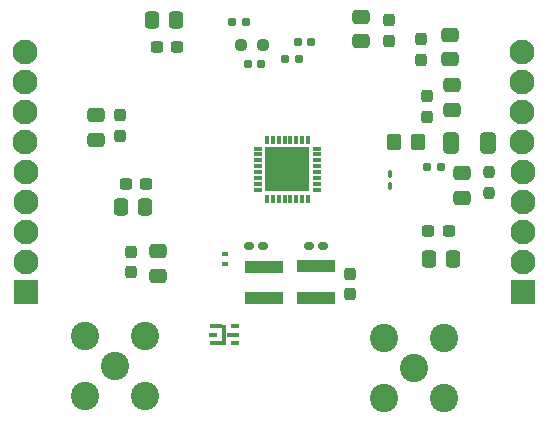
<source format=gts>
G04 #@! TF.GenerationSoftware,KiCad,Pcbnew,8.0.0-rc1-6-gb7460f29b4*
G04 #@! TF.CreationDate,2025-03-10T21:44:44+01:00*
G04 #@! TF.ProjectId,LO_daughter,4c4f5f64-6175-4676-9874-65722e6b6963,rev?*
G04 #@! TF.SameCoordinates,Original*
G04 #@! TF.FileFunction,Soldermask,Top*
G04 #@! TF.FilePolarity,Negative*
%FSLAX46Y46*%
G04 Gerber Fmt 4.6, Leading zero omitted, Abs format (unit mm)*
G04 Created by KiCad (PCBNEW 8.0.0-rc1-6-gb7460f29b4) date 2025-03-10 21:44:44*
%MOMM*%
%LPD*%
G01*
G04 APERTURE LIST*
G04 Aperture macros list*
%AMRoundRect*
0 Rectangle with rounded corners*
0 $1 Rounding radius*
0 $2 $3 $4 $5 $6 $7 $8 $9 X,Y pos of 4 corners*
0 Add a 4 corners polygon primitive as box body*
4,1,4,$2,$3,$4,$5,$6,$7,$8,$9,$2,$3,0*
0 Add four circle primitives for the rounded corners*
1,1,$1+$1,$2,$3*
1,1,$1+$1,$4,$5*
1,1,$1+$1,$6,$7*
1,1,$1+$1,$8,$9*
0 Add four rect primitives between the rounded corners*
20,1,$1+$1,$2,$3,$4,$5,0*
20,1,$1+$1,$4,$5,$6,$7,0*
20,1,$1+$1,$6,$7,$8,$9,0*
20,1,$1+$1,$8,$9,$2,$3,0*%
G04 Aperture macros list end*
%ADD10RoundRect,0.237500X-0.237500X0.250000X-0.237500X-0.250000X0.237500X-0.250000X0.237500X0.250000X0*%
%ADD11R,1.065000X0.360000*%
%ADD12R,0.710000X0.360000*%
%ADD13R,0.410000X1.780000*%
%ADD14RoundRect,0.237500X-0.237500X0.300000X-0.237500X-0.300000X0.237500X-0.300000X0.237500X0.300000X0*%
%ADD15R,3.180000X1.040000*%
%ADD16RoundRect,0.250000X0.337500X0.475000X-0.337500X0.475000X-0.337500X-0.475000X0.337500X-0.475000X0*%
%ADD17RoundRect,0.100000X0.100000X-0.217500X0.100000X0.217500X-0.100000X0.217500X-0.100000X-0.217500X0*%
%ADD18RoundRect,0.250000X-0.337500X-0.475000X0.337500X-0.475000X0.337500X0.475000X-0.337500X0.475000X0*%
%ADD19C,2.400000*%
%ADD20RoundRect,0.160000X0.222500X0.160000X-0.222500X0.160000X-0.222500X-0.160000X0.222500X-0.160000X0*%
%ADD21RoundRect,0.250000X-0.475000X0.337500X-0.475000X-0.337500X0.475000X-0.337500X0.475000X0.337500X0*%
%ADD22RoundRect,0.237500X-0.300000X-0.237500X0.300000X-0.237500X0.300000X0.237500X-0.300000X0.237500X0*%
%ADD23RoundRect,0.237500X-0.250000X-0.237500X0.250000X-0.237500X0.250000X0.237500X-0.250000X0.237500X0*%
%ADD24R,0.500000X0.400000*%
%ADD25RoundRect,0.250000X-0.412500X-0.650000X0.412500X-0.650000X0.412500X0.650000X-0.412500X0.650000X0*%
%ADD26RoundRect,0.160000X-0.222500X-0.160000X0.222500X-0.160000X0.222500X0.160000X-0.222500X0.160000X0*%
%ADD27RoundRect,0.160000X0.197500X0.160000X-0.197500X0.160000X-0.197500X-0.160000X0.197500X-0.160000X0*%
%ADD28RoundRect,0.237500X0.300000X0.237500X-0.300000X0.237500X-0.300000X-0.237500X0.300000X-0.237500X0*%
%ADD29R,2.100000X2.100000*%
%ADD30C,2.100000*%
%ADD31RoundRect,0.155000X-0.212500X-0.155000X0.212500X-0.155000X0.212500X0.155000X-0.212500X0.155000X0*%
%ADD32RoundRect,0.155000X0.212500X0.155000X-0.212500X0.155000X-0.212500X-0.155000X0.212500X-0.155000X0*%
%ADD33R,0.800000X0.300000*%
%ADD34R,0.300000X0.800000*%
%ADD35R,3.750000X3.750000*%
%ADD36RoundRect,0.250000X0.475000X-0.337500X0.475000X0.337500X-0.475000X0.337500X-0.475000X-0.337500X0*%
%ADD37RoundRect,0.250000X0.350000X0.450000X-0.350000X0.450000X-0.350000X-0.450000X0.350000X-0.450000X0*%
%ADD38RoundRect,0.237500X0.237500X-0.300000X0.237500X0.300000X-0.237500X0.300000X-0.237500X-0.300000X0*%
G04 APERTURE END LIST*
D10*
X172030000Y-95387500D03*
X172030000Y-97212500D03*
D11*
X148903000Y-109900000D03*
D12*
X148725000Y-109190000D03*
D11*
X148903000Y-108480000D03*
D12*
X150555000Y-108480000D03*
D11*
X150377000Y-109190000D03*
D12*
X150555000Y-109900000D03*
D13*
X149640000Y-109190000D03*
D14*
X140797500Y-90620000D03*
X140797500Y-92345000D03*
D15*
X157420000Y-103410000D03*
X157420000Y-106090000D03*
D16*
X142935000Y-98377500D03*
X140860000Y-98377500D03*
D17*
X163710000Y-96625000D03*
X163710000Y-95610000D03*
D18*
X143492500Y-82560000D03*
X145567500Y-82560000D03*
D15*
X152960000Y-103430000D03*
X152960000Y-106110000D03*
D18*
X166952500Y-102740000D03*
X169027500Y-102740000D03*
D19*
X165670000Y-111990000D03*
X163130000Y-109450000D03*
X163130000Y-114530000D03*
X168210000Y-114530000D03*
X168210000Y-109450000D03*
D20*
X152902500Y-101640000D03*
X151757500Y-101640000D03*
D21*
X144050000Y-102142500D03*
X144050000Y-104217500D03*
D22*
X143907500Y-84870000D03*
X145632500Y-84870000D03*
D23*
X151057500Y-84630000D03*
X152882500Y-84630000D03*
D21*
X138757500Y-90615000D03*
X138757500Y-92690000D03*
D14*
X141740000Y-102175000D03*
X141740000Y-103900000D03*
D24*
X149660000Y-103190000D03*
X149660000Y-102390000D03*
D25*
X168867500Y-92980000D03*
X171992500Y-92980000D03*
D26*
X156827500Y-101670000D03*
X157972500Y-101670000D03*
D27*
X167997500Y-94990000D03*
X166802500Y-94990000D03*
D28*
X143030000Y-96417500D03*
X141305000Y-96417500D03*
D14*
X166810000Y-89017500D03*
X166810000Y-90742500D03*
D21*
X161240000Y-82272500D03*
X161240000Y-84347500D03*
D14*
X160320000Y-104057500D03*
X160320000Y-105782500D03*
D29*
X174910000Y-105607500D03*
D30*
X174910000Y-103067500D03*
X174910000Y-100527500D03*
X174910000Y-97987500D03*
X174910000Y-95447500D03*
X174885000Y-92907500D03*
X174885000Y-90367500D03*
X174885000Y-87827500D03*
X174885000Y-85282500D03*
D22*
X166907500Y-100410000D03*
X168632500Y-100410000D03*
D31*
X150302500Y-82710000D03*
X151437500Y-82710000D03*
D32*
X156997500Y-84420000D03*
X155862500Y-84420000D03*
D33*
X152490000Y-93430000D03*
X152490000Y-93930000D03*
X152490000Y-94430000D03*
X152490000Y-94930000D03*
X152490000Y-95430000D03*
X152490000Y-95930000D03*
X152490000Y-96430000D03*
X152490000Y-96930000D03*
D34*
X153240000Y-97680000D03*
X153740000Y-97680000D03*
X154240000Y-97680000D03*
X154740000Y-97680000D03*
X155240000Y-97680000D03*
X155740000Y-97680000D03*
X156240000Y-97680000D03*
X156740000Y-97680000D03*
D33*
X157490000Y-96930000D03*
X157490000Y-96430000D03*
X157490000Y-95930000D03*
X157490000Y-95430000D03*
X157490000Y-94930000D03*
X157490000Y-94430000D03*
X157490000Y-93930000D03*
X157490000Y-93430000D03*
D34*
X156740000Y-92680000D03*
X156240000Y-92680000D03*
X155740000Y-92680000D03*
X155240000Y-92680000D03*
X154740000Y-92680000D03*
X154240000Y-92680000D03*
X153740000Y-92680000D03*
X153240000Y-92680000D03*
D35*
X154990000Y-95180000D03*
D31*
X154802500Y-85850000D03*
X155937500Y-85850000D03*
D36*
X168760000Y-85877500D03*
X168760000Y-83802500D03*
D14*
X163570000Y-82557500D03*
X163570000Y-84282500D03*
D21*
X169800000Y-95502500D03*
X169800000Y-97577500D03*
D19*
X140380000Y-111880000D03*
X137840000Y-109340000D03*
X137840000Y-114420000D03*
X142920000Y-114420000D03*
X142920000Y-109340000D03*
D21*
X168950000Y-88062500D03*
X168950000Y-90137500D03*
D37*
X166000000Y-92890000D03*
X164000000Y-92890000D03*
D29*
X132830000Y-105607500D03*
D30*
X132830000Y-103067500D03*
X132830000Y-100527500D03*
X132830000Y-97987500D03*
X132830000Y-95447500D03*
X132805000Y-92907500D03*
X132805000Y-90367500D03*
X132805000Y-87827500D03*
X132805000Y-85282500D03*
D38*
X166332500Y-85912500D03*
X166332500Y-84187500D03*
D31*
X151612500Y-86280000D03*
X152747500Y-86280000D03*
M02*

</source>
